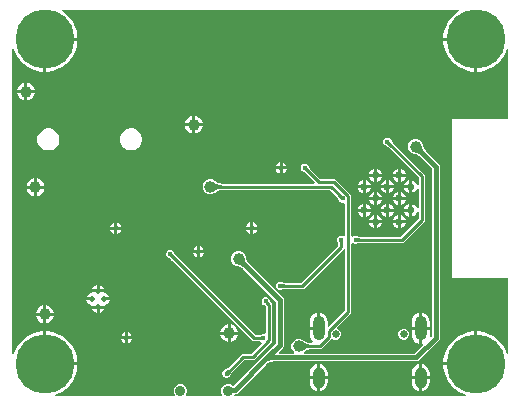
<source format=gbl>
G04*
G04 #@! TF.GenerationSoftware,Altium Limited,Altium Designer,25.3.3 (18)*
G04*
G04 Layer_Physical_Order=4*
G04 Layer_Color=16711680*
%FSLAX44Y44*%
%MOMM*%
G71*
G04*
G04 #@! TF.SameCoordinates,1BA587A1-14B4-44D3-93D4-DEDFCBE312CC*
G04*
G04*
G04 #@! TF.FilePolarity,Positive*
G04*
G01*
G75*
%ADD47C,0.2540*%
%ADD62C,0.6500*%
G04:AMPARAMS|DCode=63|XSize=1mm|YSize=2.1mm|CornerRadius=0.5mm|HoleSize=0mm|Usage=FLASHONLY|Rotation=0.000|XOffset=0mm|YOffset=0mm|HoleType=Round|Shape=RoundedRectangle|*
%AMROUNDEDRECTD63*
21,1,1.0000,1.1000,0,0,0.0*
21,1,0.0000,2.1000,0,0,0.0*
1,1,1.0000,0.0000,-0.5500*
1,1,1.0000,0.0000,-0.5500*
1,1,1.0000,0.0000,0.5500*
1,1,1.0000,0.0000,0.5500*
%
%ADD63ROUNDEDRECTD63*%
G04:AMPARAMS|DCode=64|XSize=1mm|YSize=1.8mm|CornerRadius=0.5mm|HoleSize=0mm|Usage=FLASHONLY|Rotation=0.000|XOffset=0mm|YOffset=0mm|HoleType=Round|Shape=RoundedRectangle|*
%AMROUNDEDRECTD64*
21,1,1.0000,0.8000,0,0,0.0*
21,1,0.0000,1.8000,0,0,0.0*
1,1,1.0000,0.0000,-0.4000*
1,1,1.0000,0.0000,-0.4000*
1,1,1.0000,0.0000,0.4000*
1,1,1.0000,0.0000,0.4000*
%
%ADD64ROUNDEDRECTD64*%
%ADD69C,0.9000*%
%ADD71C,0.6000*%
%ADD72C,0.4000*%
%ADD77C,5.0000*%
%ADD78C,1.0000*%
%ADD79C,0.4500*%
%ADD80C,0.5000*%
G36*
X380922Y328736D02*
X380566Y328554D01*
X377059Y326006D01*
X373994Y322941D01*
X371446Y319434D01*
X369478Y315572D01*
X368138Y311449D01*
X367460Y307167D01*
Y306270D01*
X395000D01*
Y305000D01*
X396270D01*
Y277460D01*
X397168D01*
X401449Y278138D01*
X405572Y279478D01*
X409434Y281446D01*
X412941Y283994D01*
X416006Y287059D01*
X418554Y290566D01*
X420522Y294428D01*
X421200Y296514D01*
X422500Y296308D01*
Y237405D01*
X375999D01*
X375004Y236993D01*
X374592Y235998D01*
Y103998D01*
X375004Y103003D01*
X375999Y102591D01*
X422500D01*
Y38692D01*
X421200Y38486D01*
X420522Y40572D01*
X418554Y44434D01*
X416006Y47941D01*
X412941Y51006D01*
X409434Y53554D01*
X405572Y55522D01*
X401449Y56862D01*
X397168Y57540D01*
X396270D01*
Y30000D01*
X395000D01*
Y28730D01*
X367460D01*
Y27833D01*
X368138Y23551D01*
X369478Y19428D01*
X371446Y15566D01*
X373994Y12059D01*
X377059Y8994D01*
X380566Y6446D01*
X384428Y4478D01*
X386514Y3800D01*
X386308Y2500D01*
X191084D01*
X190465Y3723D01*
X190941Y4564D01*
X190960Y4593D01*
X192244Y4848D01*
X193336Y5577D01*
X217198Y29440D01*
X217273Y29463D01*
X217293Y29501D01*
X217334Y29517D01*
X217873Y30018D01*
X218390Y30432D01*
X218922Y30793D01*
X219469Y31105D01*
X220035Y31367D01*
X220621Y31581D01*
X221228Y31749D01*
X221860Y31869D01*
X222518Y31942D01*
X223254Y31969D01*
X223345Y32010D01*
X344375D01*
X344375Y32010D01*
X345663Y32266D01*
X346754Y32996D01*
X363379Y49621D01*
X364109Y50712D01*
X364365Y52000D01*
X364365Y52000D01*
Y197000D01*
X364109Y198288D01*
X363379Y199379D01*
X363379Y199379D01*
X353247Y209511D01*
X353210Y209608D01*
X352696Y210148D01*
X352255Y210664D01*
X351861Y211181D01*
X351515Y211698D01*
X351214Y212215D01*
X350957Y212733D01*
X350745Y213252D01*
X350574Y213773D01*
X350444Y214297D01*
X350346Y214879D01*
X350300Y214952D01*
Y215253D01*
X349341Y217569D01*
X347569Y219341D01*
X345253Y220300D01*
X342747D01*
X340431Y219341D01*
X338659Y217569D01*
X337700Y215253D01*
Y212747D01*
X338659Y210431D01*
X340431Y208659D01*
X342747Y207700D01*
X343048D01*
X343121Y207654D01*
X343703Y207556D01*
X344227Y207426D01*
X344748Y207255D01*
X345267Y207043D01*
X345785Y206786D01*
X346302Y206485D01*
X346819Y206139D01*
X347336Y205745D01*
X347852Y205304D01*
X348392Y204790D01*
X348489Y204753D01*
X357635Y195606D01*
Y53528D01*
X356806Y52872D01*
X355647Y53453D01*
X355805Y54650D01*
Y58880D01*
X349470D01*
Y47212D01*
X349637Y47234D01*
X350244Y46003D01*
X342981Y38740D01*
X249487D01*
X249129Y39326D01*
X249068Y40040D01*
X249551Y40394D01*
X250184Y40812D01*
X250806Y41176D01*
X251416Y41488D01*
X252013Y41748D01*
X252599Y41958D01*
X253173Y42119D01*
X253736Y42232D01*
X254290Y42299D01*
X254893Y42324D01*
X255014Y42380D01*
X262856D01*
X263858Y42579D01*
X264708Y43147D01*
X272133Y50571D01*
X272242Y50735D01*
X273417Y51247D01*
X273943Y51119D01*
X275195Y50600D01*
X277005D01*
X278677Y51293D01*
X279957Y52573D01*
X280650Y54245D01*
Y56055D01*
X279957Y57727D01*
X278677Y59007D01*
X277683Y59419D01*
X277326Y60901D01*
X288673Y72248D01*
X289241Y73098D01*
X289440Y74101D01*
Y131701D01*
X290740Y132239D01*
X290989Y131990D01*
X292294Y131450D01*
X293706D01*
X295011Y131990D01*
X295044Y132023D01*
X295149Y132044D01*
X295224Y132093D01*
X295259Y132111D01*
X295343Y132142D01*
X295475Y132180D01*
X295650Y132219D01*
X295841Y132249D01*
X296769Y132318D01*
X297125Y132323D01*
X297257Y132380D01*
X332000D01*
X333003Y132579D01*
X333853Y133147D01*
X350853Y150147D01*
X351421Y150997D01*
X351620Y152000D01*
Y189000D01*
X351421Y190003D01*
X350853Y190853D01*
X324873Y216833D01*
X324823Y216962D01*
X324325Y217488D01*
X323962Y217926D01*
X323841Y218093D01*
X323744Y218244D01*
X323677Y218364D01*
X323640Y218446D01*
X323628Y218483D01*
X323610Y218571D01*
X323550Y218660D01*
Y218706D01*
X323009Y220011D01*
X322011Y221010D01*
X320706Y221550D01*
X319294D01*
X317989Y221010D01*
X316991Y220011D01*
X316450Y218706D01*
Y217294D01*
X316991Y215989D01*
X317989Y214991D01*
X319294Y214450D01*
X319340D01*
X319429Y214390D01*
X319517Y214372D01*
X319554Y214360D01*
X319636Y214323D01*
X319756Y214256D01*
X319907Y214159D01*
X320064Y214046D01*
X320769Y213438D01*
X321024Y213190D01*
X321157Y213137D01*
X346380Y187915D01*
Y181743D01*
X345080Y181485D01*
X344447Y183013D01*
X342888Y184572D01*
X341020Y185345D01*
Y179875D01*
Y174405D01*
X342888Y175178D01*
X344447Y176737D01*
X345080Y178265D01*
X346380Y178007D01*
Y161993D01*
X345080Y161735D01*
X344447Y163263D01*
X342888Y164822D01*
X341020Y165595D01*
Y160125D01*
Y154655D01*
X342888Y155428D01*
X344447Y156987D01*
X345080Y158515D01*
X346380Y158257D01*
Y153085D01*
X330915Y137620D01*
X297271D01*
X297145Y137677D01*
X296420Y137696D01*
X295854Y137749D01*
X295650Y137781D01*
X295475Y137820D01*
X295343Y137858D01*
X295259Y137889D01*
X295224Y137907D01*
X295149Y137956D01*
X295044Y137977D01*
X295011Y138010D01*
X293706Y138550D01*
X292294D01*
X290989Y138010D01*
X290740Y137761D01*
X289440Y138299D01*
Y171996D01*
X289241Y172999D01*
X288673Y173849D01*
X276829Y185693D01*
X275979Y186261D01*
X274977Y186460D01*
X263245D01*
X254873Y194833D01*
X254823Y194962D01*
X254325Y195488D01*
X253962Y195926D01*
X253841Y196093D01*
X253744Y196244D01*
X253677Y196364D01*
X253640Y196446D01*
X253628Y196483D01*
X253610Y196571D01*
X253550Y196660D01*
Y196706D01*
X253009Y198011D01*
X252011Y199009D01*
X250706Y199550D01*
X249294D01*
X247989Y199009D01*
X246991Y198011D01*
X246450Y196706D01*
Y195294D01*
X246991Y193989D01*
X247989Y192990D01*
X249294Y192450D01*
X249340D01*
X249429Y192390D01*
X249517Y192372D01*
X249554Y192360D01*
X249636Y192323D01*
X249756Y192257D01*
X249907Y192159D01*
X250064Y192046D01*
X250769Y191439D01*
X251024Y191190D01*
X251157Y191137D01*
X258473Y183821D01*
X257975Y182620D01*
X180014D01*
X179893Y182676D01*
X179290Y182701D01*
X178736Y182768D01*
X178173Y182881D01*
X177599Y183042D01*
X177013Y183252D01*
X176416Y183512D01*
X175823Y183815D01*
X174537Y184617D01*
X173882Y185097D01*
X173790Y185119D01*
X173569Y185341D01*
X171253Y186300D01*
X168747D01*
X166431Y185341D01*
X164659Y183569D01*
X163700Y181253D01*
Y178747D01*
X164659Y176431D01*
X166431Y174659D01*
X168747Y173700D01*
X171253D01*
X173569Y174659D01*
X173790Y174881D01*
X173882Y174903D01*
X174551Y175394D01*
X175184Y175812D01*
X175806Y176176D01*
X176416Y176488D01*
X177013Y176748D01*
X177599Y176958D01*
X178173Y177119D01*
X178736Y177232D01*
X179290Y177299D01*
X179893Y177324D01*
X180014Y177380D01*
X270915D01*
X277127Y171167D01*
X277177Y171038D01*
X277675Y170512D01*
X278038Y170074D01*
X278159Y169907D01*
X278256Y169756D01*
X278323Y169636D01*
X278360Y169554D01*
X278372Y169517D01*
X278390Y169429D01*
X278450Y169340D01*
Y169294D01*
X278990Y167989D01*
X279989Y166991D01*
X281294Y166450D01*
X282706D01*
X282900Y166530D01*
X284200Y165662D01*
Y138659D01*
X283463Y138256D01*
X282900Y138056D01*
X281706Y138550D01*
X280294D01*
X278989Y138010D01*
X277990Y137011D01*
X277450Y135706D01*
Y134294D01*
X277990Y132989D01*
X278023Y132956D01*
X278044Y132851D01*
X278093Y132776D01*
X278111Y132741D01*
X278142Y132657D01*
X278180Y132525D01*
X278218Y132350D01*
X278249Y132159D01*
X278318Y131231D01*
X278323Y130875D01*
X278380Y130743D01*
Y130085D01*
X246915Y98620D01*
X233271D01*
X233145Y98677D01*
X232420Y98696D01*
X231854Y98749D01*
X231650Y98781D01*
X231475Y98820D01*
X231343Y98858D01*
X231259Y98890D01*
X231224Y98907D01*
X231149Y98956D01*
X231044Y98977D01*
X231011Y99010D01*
X229706Y99550D01*
X228294D01*
X226989Y99010D01*
X225991Y98011D01*
X225450Y96706D01*
Y95294D01*
X225991Y93989D01*
X226989Y92991D01*
X228294Y92450D01*
X229706D01*
X231011Y92991D01*
X231044Y93023D01*
X231149Y93044D01*
X231224Y93093D01*
X231259Y93111D01*
X231343Y93142D01*
X231475Y93180D01*
X231650Y93219D01*
X231841Y93249D01*
X232769Y93319D01*
X233125Y93323D01*
X233257Y93380D01*
X248000D01*
X249003Y93579D01*
X249853Y94147D01*
X282853Y127147D01*
X282900Y127217D01*
X284200Y126823D01*
Y75186D01*
X270606Y61592D01*
X269405Y62090D01*
Y65650D01*
X269146Y67618D01*
X268386Y69453D01*
X267178Y71028D01*
X265602Y72236D01*
X263768Y72996D01*
X263070Y73088D01*
Y60150D01*
X261800D01*
Y58880D01*
X254195D01*
Y54650D01*
X254454Y52682D01*
X255214Y50847D01*
X256422Y49272D01*
X256881Y48920D01*
X256440Y47620D01*
X255014D01*
X254893Y47676D01*
X254290Y47701D01*
X253736Y47768D01*
X253173Y47881D01*
X252599Y48042D01*
X252013Y48252D01*
X251416Y48512D01*
X250823Y48815D01*
X249537Y49617D01*
X248882Y50097D01*
X248790Y50119D01*
X248569Y50341D01*
X246253Y51300D01*
X243747D01*
X241431Y50341D01*
X239659Y48569D01*
X238700Y46253D01*
Y43747D01*
X239659Y41431D01*
X241051Y40040D01*
X240513Y38740D01*
X228337D01*
X227798Y40040D01*
X231379Y43621D01*
X232108Y44712D01*
X232365Y46000D01*
X232365Y46000D01*
Y84000D01*
X232365Y84000D01*
X232108Y85288D01*
X231379Y86379D01*
X231379Y86379D01*
X203247Y114511D01*
X203210Y114608D01*
X202696Y115148D01*
X202255Y115664D01*
X201861Y116181D01*
X201515Y116698D01*
X201214Y117215D01*
X200958Y117733D01*
X200744Y118252D01*
X200574Y118773D01*
X200444Y119297D01*
X200346Y119879D01*
X200300Y119952D01*
Y120253D01*
X199341Y122569D01*
X197569Y124341D01*
X195253Y125300D01*
X192747D01*
X190431Y124341D01*
X188659Y122569D01*
X187700Y120253D01*
Y117747D01*
X188659Y115431D01*
X190431Y113659D01*
X192747Y112700D01*
X193048D01*
X193121Y112654D01*
X193703Y112556D01*
X194227Y112426D01*
X194748Y112255D01*
X195267Y112043D01*
X195785Y111786D01*
X196302Y111485D01*
X196819Y111139D01*
X197336Y110745D01*
X197852Y110304D01*
X198392Y109790D01*
X198489Y109753D01*
X225635Y82606D01*
Y47394D01*
X218897Y40655D01*
X218794Y40613D01*
X215966Y37784D01*
X215923Y37682D01*
X189563Y11321D01*
X189131D01*
X188535Y11917D01*
X186404Y12800D01*
X184096D01*
X181965Y11917D01*
X180333Y10285D01*
X179450Y8154D01*
Y5846D01*
X180333Y3715D01*
X180347Y3701D01*
X179849Y2500D01*
X150151D01*
X149654Y3701D01*
X149667Y3715D01*
X150550Y5846D01*
Y8154D01*
X149667Y10285D01*
X148035Y11917D01*
X145904Y12800D01*
X143596D01*
X141465Y11917D01*
X139833Y10285D01*
X138950Y8154D01*
Y5846D01*
X139833Y3715D01*
X139846Y3701D01*
X139349Y2500D01*
X38692D01*
X38486Y3800D01*
X40572Y4478D01*
X44434Y6446D01*
X47941Y8994D01*
X51006Y12059D01*
X53554Y15566D01*
X55522Y19428D01*
X56862Y23551D01*
X57540Y27833D01*
Y28730D01*
X30000D01*
Y30000D01*
X28730D01*
Y57540D01*
X27833D01*
X23551Y56862D01*
X19428Y55522D01*
X15566Y53554D01*
X12059Y51006D01*
X8994Y47941D01*
X6446Y44434D01*
X4478Y40572D01*
X3800Y38486D01*
X2500Y38692D01*
Y275000D01*
Y296308D01*
X3800Y296514D01*
X4478Y294428D01*
X6446Y290566D01*
X8994Y287059D01*
X12059Y283994D01*
X15566Y281446D01*
X19428Y279478D01*
X23551Y278138D01*
X27833Y277460D01*
X28730D01*
Y305000D01*
X30000D01*
Y306270D01*
X57540D01*
Y307167D01*
X56862Y311449D01*
X55522Y315572D01*
X53554Y319434D01*
X51006Y322941D01*
X47941Y326006D01*
X44434Y328554D01*
X44078Y328736D01*
X44381Y330000D01*
X380619D01*
X380922Y328736D01*
D02*
G37*
G36*
X322266Y218117D02*
X322329Y217931D01*
X322418Y217733D01*
X322535Y217523D01*
X322678Y217299D01*
X322849Y217063D01*
X323271Y216554D01*
X323802Y215994D01*
X322006Y214198D01*
X321720Y214477D01*
X320937Y215151D01*
X320701Y215322D01*
X320477Y215465D01*
X320267Y215582D01*
X320069Y215671D01*
X319883Y215734D01*
X319710Y215769D01*
X322231Y218290D01*
X322266Y218117D01*
D02*
G37*
G36*
X349065Y214011D02*
X349220Y213384D01*
X349423Y212765D01*
X349674Y212153D01*
X349974Y211549D01*
X350321Y210951D01*
X350716Y210362D01*
X351159Y209780D01*
X351651Y209205D01*
X352190Y208638D01*
X349362Y205810D01*
X348795Y206349D01*
X348220Y206841D01*
X347638Y207284D01*
X347048Y207679D01*
X346451Y208026D01*
X345847Y208326D01*
X345235Y208577D01*
X344616Y208780D01*
X343989Y208935D01*
X343355Y209042D01*
X348958Y214645D01*
X349065Y214011D01*
D02*
G37*
G36*
X252266Y196117D02*
X252329Y195931D01*
X252418Y195733D01*
X252535Y195522D01*
X252678Y195299D01*
X252849Y195063D01*
X253271Y194554D01*
X253802Y193994D01*
X252006Y192198D01*
X251720Y192477D01*
X250937Y193151D01*
X250701Y193322D01*
X250478Y193465D01*
X250267Y193582D01*
X250068Y193671D01*
X249883Y193734D01*
X249710Y193769D01*
X252231Y196290D01*
X252266Y196117D01*
D02*
G37*
G36*
X173747Y183451D02*
X175130Y182589D01*
X175814Y182239D01*
X176495Y181943D01*
X177171Y181701D01*
X177844Y181512D01*
X178512Y181378D01*
X179176Y181297D01*
X179836Y181270D01*
Y178730D01*
X179176Y178703D01*
X178512Y178622D01*
X177844Y178488D01*
X177171Y178299D01*
X176495Y178057D01*
X175814Y177761D01*
X175130Y177411D01*
X174440Y177007D01*
X173747Y176549D01*
X173050Y176038D01*
Y183962D01*
X173747Y183451D01*
D02*
G37*
G36*
X280280Y173523D02*
X281063Y172849D01*
X281299Y172678D01*
X281523Y172535D01*
X281733Y172418D01*
X281931Y172329D01*
X282117Y172266D01*
X282290Y172231D01*
X279769Y169710D01*
X279734Y169883D01*
X279671Y170068D01*
X279582Y170267D01*
X279465Y170478D01*
X279322Y170701D01*
X279151Y170937D01*
X278729Y171446D01*
X278198Y172006D01*
X279994Y173802D01*
X280280Y173523D01*
D02*
G37*
G36*
X294520Y136685D02*
X294695Y136598D01*
X294898Y136521D01*
X295130Y136455D01*
X295389Y136398D01*
X295677Y136352D01*
X296336Y136291D01*
X297107Y136270D01*
Y133730D01*
X296708Y133725D01*
X295677Y133648D01*
X295389Y133602D01*
X295130Y133545D01*
X294898Y133479D01*
X294695Y133402D01*
X294520Y133315D01*
X294373Y133217D01*
Y136783D01*
X294520Y136685D01*
D02*
G37*
G36*
X282685Y133480D02*
X282598Y133305D01*
X282521Y133102D01*
X282455Y132870D01*
X282398Y132611D01*
X282352Y132323D01*
X282290Y131664D01*
X282270Y130893D01*
X279730D01*
X279725Y131292D01*
X279648Y132323D01*
X279602Y132611D01*
X279545Y132870D01*
X279479Y133102D01*
X279402Y133305D01*
X279315Y133480D01*
X279217Y133628D01*
X282783D01*
X282685Y133480D01*
D02*
G37*
G36*
X199065Y119011D02*
X199220Y118384D01*
X199423Y117765D01*
X199674Y117153D01*
X199974Y116549D01*
X200321Y115951D01*
X200716Y115362D01*
X201159Y114780D01*
X201651Y114205D01*
X202190Y113638D01*
X199362Y110810D01*
X198795Y111349D01*
X198220Y111841D01*
X197638Y112284D01*
X197048Y112679D01*
X196451Y113026D01*
X195847Y113326D01*
X195235Y113577D01*
X194616Y113780D01*
X193989Y113935D01*
X193355Y114042D01*
X198958Y119645D01*
X199065Y119011D01*
D02*
G37*
G36*
X230520Y97685D02*
X230695Y97598D01*
X230898Y97521D01*
X231130Y97455D01*
X231389Y97398D01*
X231677Y97352D01*
X232336Y97290D01*
X233107Y97270D01*
Y94730D01*
X232708Y94725D01*
X231677Y94648D01*
X231389Y94602D01*
X231130Y94545D01*
X230898Y94479D01*
X230695Y94402D01*
X230520Y94315D01*
X230373Y94217D01*
Y97783D01*
X230520Y97685D01*
D02*
G37*
G36*
X248747Y48451D02*
X250130Y47589D01*
X250814Y47239D01*
X251495Y46943D01*
X252171Y46701D01*
X252844Y46512D01*
X253512Y46378D01*
X254176Y46297D01*
X254836Y46270D01*
Y43730D01*
X254176Y43703D01*
X253512Y43622D01*
X252844Y43488D01*
X252171Y43299D01*
X251495Y43057D01*
X250814Y42761D01*
X250130Y42411D01*
X249440Y42007D01*
X248747Y41550D01*
X248050Y41038D01*
Y48962D01*
X248747Y48451D01*
D02*
G37*
G36*
X225534Y39666D02*
X225174Y39185D01*
X224949Y38761D01*
X224862Y38393D01*
X224911Y38082D01*
X225096Y37828D01*
X225418Y37630D01*
X225877Y37488D01*
X226472Y37403D01*
X227203Y37375D01*
X223203Y33375D01*
X222415Y33347D01*
X221650Y33262D01*
X220909Y33121D01*
X220191Y32922D01*
X219496Y32668D01*
X218825Y32357D01*
X218178Y31989D01*
X217553Y31565D01*
X216952Y31084D01*
X216375Y30547D01*
X216375Y30547D01*
X216375Y30547D01*
X216961Y36789D01*
X219789Y39618D01*
X226032Y40203D01*
X225534Y39666D01*
D02*
G37*
%LPC*%
G36*
X393730Y303730D02*
X367460D01*
Y302833D01*
X368138Y298551D01*
X369478Y294428D01*
X371446Y290566D01*
X373994Y287059D01*
X377059Y283994D01*
X380566Y281446D01*
X384428Y279478D01*
X388551Y278138D01*
X392832Y277460D01*
X393730D01*
Y303730D01*
D02*
G37*
G36*
X57540D02*
X31270D01*
Y277460D01*
X32167D01*
X36449Y278138D01*
X40572Y279478D01*
X44434Y281446D01*
X47941Y283994D01*
X51006Y287059D01*
X53554Y290566D01*
X55522Y294428D01*
X56862Y298551D01*
X57540Y302833D01*
Y303730D01*
D02*
G37*
G36*
X15270Y267966D02*
Y261770D01*
X21466D01*
X21026Y263410D01*
X20034Y265130D01*
X18630Y266534D01*
X16910Y267526D01*
X15270Y267966D01*
D02*
G37*
G36*
X12730D02*
X11090Y267526D01*
X9370Y266534D01*
X7966Y265130D01*
X6974Y263410D01*
X6534Y261770D01*
X12730D01*
Y267966D01*
D02*
G37*
G36*
X21466Y259230D02*
X15270D01*
Y253034D01*
X16910Y253474D01*
X18630Y254466D01*
X20034Y255870D01*
X21026Y257590D01*
X21466Y259230D01*
D02*
G37*
G36*
X12730D02*
X6534D01*
X6974Y257590D01*
X7966Y255870D01*
X9370Y254466D01*
X11090Y253474D01*
X12730Y253034D01*
Y259230D01*
D02*
G37*
G36*
X157270Y239966D02*
Y233770D01*
X163466D01*
X163026Y235410D01*
X162034Y237130D01*
X160630Y238533D01*
X158910Y239526D01*
X157270Y239966D01*
D02*
G37*
G36*
X154730D02*
X153090Y239526D01*
X151370Y238533D01*
X149966Y237130D01*
X148974Y235410D01*
X148534Y233770D01*
X154730D01*
Y239966D01*
D02*
G37*
G36*
X163466Y231230D02*
X157270D01*
Y225034D01*
X158910Y225474D01*
X160630Y226467D01*
X162034Y227870D01*
X163026Y229590D01*
X163466Y231230D01*
D02*
G37*
G36*
X154730D02*
X148534D01*
X148974Y229590D01*
X149966Y227870D01*
X151370Y226467D01*
X153090Y225474D01*
X154730Y225034D01*
Y231230D01*
D02*
G37*
G36*
X104224Y229300D02*
X101776D01*
X99410Y228666D01*
X97290Y227442D01*
X95558Y225710D01*
X94334Y223590D01*
X93700Y221224D01*
Y218776D01*
X94334Y216410D01*
X95558Y214290D01*
X97290Y212558D01*
X99410Y211334D01*
X101776Y210700D01*
X104224D01*
X106590Y211334D01*
X108710Y212558D01*
X110442Y214290D01*
X111666Y216410D01*
X112300Y218776D01*
Y221224D01*
X111666Y223590D01*
X110442Y225710D01*
X108710Y227442D01*
X106590Y228666D01*
X104224Y229300D01*
D02*
G37*
G36*
X34224D02*
X31776D01*
X29410Y228666D01*
X27290Y227442D01*
X25558Y225710D01*
X24334Y223590D01*
X23700Y221224D01*
Y218776D01*
X24334Y216410D01*
X25558Y214290D01*
X27290Y212558D01*
X29410Y211334D01*
X31776Y210700D01*
X34224D01*
X36590Y211334D01*
X38710Y212558D01*
X40442Y214290D01*
X41666Y216410D01*
X42300Y218776D01*
Y221224D01*
X41666Y223590D01*
X40442Y225710D01*
X38710Y227442D01*
X36590Y228666D01*
X34224Y229300D01*
D02*
G37*
G36*
X231270Y200659D02*
Y197270D01*
X234659D01*
X234061Y198713D01*
X232713Y200061D01*
X231270Y200659D01*
D02*
G37*
G36*
X228730D02*
X227287Y200061D01*
X225939Y198713D01*
X225341Y197270D01*
X228730D01*
Y200659D01*
D02*
G37*
G36*
X234659Y194730D02*
X231270D01*
Y191341D01*
X232713Y191939D01*
X234061Y193287D01*
X234659Y194730D01*
D02*
G37*
G36*
X228730D02*
X225341D01*
X225939Y193287D01*
X227287Y191939D01*
X228730Y191341D01*
Y194730D01*
D02*
G37*
G36*
X331145Y195220D02*
Y191020D01*
X335345D01*
X334572Y192888D01*
X333013Y194447D01*
X331145Y195220D01*
D02*
G37*
G36*
X328605D02*
X326737Y194447D01*
X325178Y192888D01*
X324405Y191020D01*
X328605D01*
Y195220D01*
D02*
G37*
G36*
X311395D02*
Y191020D01*
X315595D01*
X314822Y192888D01*
X313263Y194447D01*
X311395Y195220D01*
D02*
G37*
G36*
X308855D02*
X306987Y194447D01*
X305428Y192888D01*
X304655Y191020D01*
X308855D01*
Y195220D01*
D02*
G37*
G36*
X335345Y188480D02*
X331145D01*
Y184280D01*
X333013Y185053D01*
X334572Y186612D01*
X335345Y188480D01*
D02*
G37*
G36*
X328605D02*
X324405D01*
X325178Y186612D01*
X326737Y185053D01*
X328605Y184280D01*
Y188480D01*
D02*
G37*
G36*
X315595D02*
X311395D01*
Y184280D01*
X313263Y185053D01*
X314822Y186612D01*
X315595Y188480D01*
D02*
G37*
G36*
X308855D02*
X304655D01*
X305428Y186612D01*
X306987Y185053D01*
X308855Y184280D01*
Y188480D01*
D02*
G37*
G36*
X338480Y185345D02*
X336612Y184572D01*
X335053Y183013D01*
X334280Y181145D01*
X338480D01*
Y185345D01*
D02*
G37*
G36*
X321270D02*
Y181145D01*
X325470D01*
X324697Y183013D01*
X323138Y184572D01*
X321270Y185345D01*
D02*
G37*
G36*
X318730D02*
X316862Y184572D01*
X315303Y183013D01*
X314530Y181145D01*
X318730D01*
Y185345D01*
D02*
G37*
G36*
X301520D02*
Y181145D01*
X305720D01*
X304947Y183013D01*
X303388Y184572D01*
X301520Y185345D01*
D02*
G37*
G36*
X298980D02*
X297112Y184572D01*
X295553Y183013D01*
X294780Y181145D01*
X298980D01*
Y185345D01*
D02*
G37*
G36*
X23270Y186966D02*
Y180770D01*
X29466D01*
X29026Y182410D01*
X28033Y184130D01*
X26630Y185534D01*
X24910Y186526D01*
X23270Y186966D01*
D02*
G37*
G36*
X20730D02*
X19090Y186526D01*
X17370Y185534D01*
X15967Y184130D01*
X14974Y182410D01*
X14534Y180770D01*
X20730D01*
Y186966D01*
D02*
G37*
G36*
X338480Y178605D02*
X334280D01*
X335053Y176737D01*
X336612Y175178D01*
X338480Y174405D01*
Y178605D01*
D02*
G37*
G36*
X325470D02*
X321270D01*
Y174405D01*
X323138Y175178D01*
X324697Y176737D01*
X325470Y178605D01*
D02*
G37*
G36*
X318730D02*
X314530D01*
X315303Y176737D01*
X316862Y175178D01*
X318730Y174405D01*
Y178605D01*
D02*
G37*
G36*
X305720D02*
X301520D01*
Y174405D01*
X303388Y175178D01*
X304947Y176737D01*
X305720Y178605D01*
D02*
G37*
G36*
X298980D02*
X294780D01*
X295553Y176737D01*
X297112Y175178D01*
X298980Y174405D01*
Y178605D01*
D02*
G37*
G36*
X29466Y178230D02*
X23270D01*
Y172034D01*
X24910Y172474D01*
X26630Y173466D01*
X28033Y174870D01*
X29026Y176590D01*
X29466Y178230D01*
D02*
G37*
G36*
X20730D02*
X14534D01*
X14974Y176590D01*
X15967Y174870D01*
X17370Y173466D01*
X19090Y172474D01*
X20730Y172034D01*
Y178230D01*
D02*
G37*
G36*
X331145Y175470D02*
Y171270D01*
X335345D01*
X334572Y173138D01*
X333013Y174697D01*
X331145Y175470D01*
D02*
G37*
G36*
X328605D02*
X326737Y174697D01*
X325178Y173138D01*
X324405Y171270D01*
X328605D01*
Y175470D01*
D02*
G37*
G36*
X311395D02*
Y171270D01*
X315595D01*
X314822Y173138D01*
X313263Y174697D01*
X311395Y175470D01*
D02*
G37*
G36*
X308855D02*
X306987Y174697D01*
X305428Y173138D01*
X304655Y171270D01*
X308855D01*
Y175470D01*
D02*
G37*
G36*
X335345Y168730D02*
X331145D01*
Y164530D01*
X333013Y165303D01*
X334572Y166862D01*
X335345Y168730D01*
D02*
G37*
G36*
X328605D02*
X324405D01*
X325178Y166862D01*
X326737Y165303D01*
X328605Y164530D01*
Y168730D01*
D02*
G37*
G36*
X315595D02*
X311395D01*
Y164530D01*
X313263Y165303D01*
X314822Y166862D01*
X315595Y168730D01*
D02*
G37*
G36*
X308855D02*
X304655D01*
X305428Y166862D01*
X306987Y165303D01*
X308855Y164530D01*
Y168730D01*
D02*
G37*
G36*
X338480Y165595D02*
X336612Y164822D01*
X335053Y163263D01*
X334280Y161395D01*
X338480D01*
Y165595D01*
D02*
G37*
G36*
X321270D02*
Y161395D01*
X325470D01*
X324697Y163263D01*
X323138Y164822D01*
X321270Y165595D01*
D02*
G37*
G36*
X318730D02*
X316862Y164822D01*
X315303Y163263D01*
X314530Y161395D01*
X318730D01*
Y165595D01*
D02*
G37*
G36*
X301520D02*
Y161395D01*
X305720D01*
X304947Y163263D01*
X303388Y164822D01*
X301520Y165595D01*
D02*
G37*
G36*
X298980D02*
X297112Y164822D01*
X295553Y163263D01*
X294780Y161395D01*
X298980D01*
Y165595D01*
D02*
G37*
G36*
X338480Y158855D02*
X334280D01*
X335053Y156987D01*
X336612Y155428D01*
X338480Y154655D01*
Y158855D01*
D02*
G37*
G36*
X325470D02*
X321270D01*
Y154655D01*
X323138Y155428D01*
X324697Y156987D01*
X325470Y158855D01*
D02*
G37*
G36*
X318730D02*
X314530D01*
X315303Y156987D01*
X316862Y155428D01*
X318730Y154655D01*
Y158855D01*
D02*
G37*
G36*
X305720D02*
X301520D01*
Y154655D01*
X303388Y155428D01*
X304947Y156987D01*
X305720Y158855D01*
D02*
G37*
G36*
X298980D02*
X294780D01*
X295553Y156987D01*
X297112Y155428D01*
X298980Y154655D01*
Y158855D01*
D02*
G37*
G36*
X331145Y155720D02*
Y151520D01*
X335345D01*
X334572Y153388D01*
X333013Y154947D01*
X331145Y155720D01*
D02*
G37*
G36*
X328605D02*
X326737Y154947D01*
X325178Y153388D01*
X324405Y151520D01*
X328605D01*
Y155720D01*
D02*
G37*
G36*
X311395D02*
Y151520D01*
X315595D01*
X314822Y153388D01*
X313263Y154947D01*
X311395Y155720D01*
D02*
G37*
G36*
X308855D02*
X306987Y154947D01*
X305428Y153388D01*
X304655Y151520D01*
X308855D01*
Y155720D01*
D02*
G37*
G36*
X206270Y149929D02*
Y146270D01*
X209929D01*
X209273Y147855D01*
X207855Y149273D01*
X206270Y149929D01*
D02*
G37*
G36*
X203730D02*
X202145Y149273D01*
X200727Y147855D01*
X200071Y146270D01*
X203730D01*
Y149929D01*
D02*
G37*
G36*
X91270Y149659D02*
Y146270D01*
X94659D01*
X94061Y147713D01*
X92713Y149061D01*
X91270Y149659D01*
D02*
G37*
G36*
X88730D02*
X87287Y149061D01*
X85939Y147713D01*
X85341Y146270D01*
X88730D01*
Y149659D01*
D02*
G37*
G36*
X335345Y148980D02*
X331145D01*
Y144780D01*
X333013Y145553D01*
X334572Y147112D01*
X335345Y148980D01*
D02*
G37*
G36*
X328605D02*
X324405D01*
X325178Y147112D01*
X326737Y145553D01*
X328605Y144780D01*
Y148980D01*
D02*
G37*
G36*
X315595D02*
X311395D01*
Y144780D01*
X313263Y145553D01*
X314822Y147112D01*
X315595Y148980D01*
D02*
G37*
G36*
X308855D02*
X304655D01*
X305428Y147112D01*
X306987Y145553D01*
X308855Y144780D01*
Y148980D01*
D02*
G37*
G36*
X94659Y143730D02*
X91270D01*
Y140341D01*
X92713Y140939D01*
X94061Y142287D01*
X94659Y143730D01*
D02*
G37*
G36*
X88730D02*
X85341D01*
X85939Y142287D01*
X87287Y140939D01*
X88730Y140341D01*
Y143730D01*
D02*
G37*
G36*
X209929D02*
X206270D01*
Y140071D01*
X207855Y140727D01*
X209273Y142145D01*
X209929Y143730D01*
D02*
G37*
G36*
X203730D02*
X200071D01*
X200727Y142145D01*
X202145Y140727D01*
X203730Y140071D01*
Y143730D01*
D02*
G37*
G36*
X161270Y129410D02*
Y126021D01*
X164659D01*
X164061Y127464D01*
X162713Y128812D01*
X161270Y129410D01*
D02*
G37*
G36*
X158730D02*
X157287Y128812D01*
X155939Y127464D01*
X155341Y126021D01*
X158730D01*
Y129410D01*
D02*
G37*
G36*
X164659Y123481D02*
X161270D01*
Y120092D01*
X162713Y120690D01*
X164061Y122038D01*
X164659Y123481D01*
D02*
G37*
G36*
X158730D02*
X155341D01*
X155939Y122038D01*
X157287Y120690D01*
X158730Y120092D01*
Y123481D01*
D02*
G37*
G36*
X76270Y96929D02*
Y93270D01*
X79929D01*
X79273Y94855D01*
X77855Y96273D01*
X76270Y96929D01*
D02*
G37*
G36*
X73730D02*
X72145Y96273D01*
X70727Y94855D01*
X70071Y93270D01*
X73730D01*
Y96929D01*
D02*
G37*
G36*
X80219Y90730D02*
X69781D01*
X69320Y90040D01*
X68998D01*
X67145Y89273D01*
X65727Y87855D01*
X65071Y86270D01*
X70000D01*
Y83730D01*
X65071D01*
X65727Y82145D01*
X67145Y80727D01*
X68998Y79960D01*
X69320D01*
X69781Y79270D01*
X80219D01*
X80680Y79960D01*
X81003D01*
X82855Y80727D01*
X84273Y82145D01*
X84929Y83730D01*
X80000D01*
Y86270D01*
X84929D01*
X84273Y87855D01*
X82855Y89273D01*
X81003Y90040D01*
X80680D01*
X80219Y90730D01*
D02*
G37*
G36*
X31270Y79466D02*
Y73270D01*
X37466D01*
X37026Y74910D01*
X36033Y76630D01*
X34630Y78033D01*
X32910Y79026D01*
X31270Y79466D01*
D02*
G37*
G36*
X28730D02*
X27090Y79026D01*
X25370Y78033D01*
X23967Y76630D01*
X22974Y74910D01*
X22534Y73270D01*
X28730D01*
Y79466D01*
D02*
G37*
G36*
X79929Y76730D02*
X76270D01*
Y73071D01*
X77855Y73727D01*
X79273Y75145D01*
X79929Y76730D01*
D02*
G37*
G36*
X73730D02*
X70071D01*
X70727Y75145D01*
X72145Y73727D01*
X73730Y73071D01*
Y76730D01*
D02*
G37*
G36*
X37466Y70730D02*
X31270D01*
Y64534D01*
X32910Y64974D01*
X34630Y65967D01*
X36033Y67370D01*
X37026Y69090D01*
X37466Y70730D01*
D02*
G37*
G36*
X28730D02*
X22534D01*
X22974Y69090D01*
X23967Y67370D01*
X25370Y65967D01*
X27090Y64974D01*
X28730Y64534D01*
Y70730D01*
D02*
G37*
G36*
X349470Y73088D02*
Y61420D01*
X355805D01*
Y65650D01*
X355546Y67618D01*
X354786Y69453D01*
X353578Y71028D01*
X352002Y72236D01*
X350168Y72996D01*
X349470Y73088D01*
D02*
G37*
G36*
X346930D02*
X346232Y72996D01*
X344398Y72236D01*
X342822Y71028D01*
X341614Y69453D01*
X340854Y67618D01*
X340595Y65650D01*
Y61420D01*
X346930D01*
Y73088D01*
D02*
G37*
G36*
X260530D02*
X259832Y72996D01*
X257997Y72236D01*
X256422Y71028D01*
X255214Y69453D01*
X254454Y67618D01*
X254195Y65650D01*
Y61420D01*
X260530D01*
Y73088D01*
D02*
G37*
G36*
X187270Y63466D02*
Y57270D01*
X193466D01*
X193026Y58910D01*
X192034Y60630D01*
X190630Y62034D01*
X188910Y63026D01*
X187270Y63466D01*
D02*
G37*
G36*
X184730D02*
X183090Y63026D01*
X181370Y62034D01*
X179967Y60630D01*
X178974Y58910D01*
X178534Y57270D01*
X184730D01*
Y63466D01*
D02*
G37*
G36*
X100270Y56659D02*
Y53270D01*
X103659D01*
X103061Y54713D01*
X101713Y56061D01*
X100270Y56659D01*
D02*
G37*
G36*
X97730D02*
X96287Y56061D01*
X94939Y54713D01*
X94341Y53270D01*
X97730D01*
Y56659D01*
D02*
G37*
G36*
X334805Y59700D02*
X332995D01*
X331323Y59007D01*
X330043Y57727D01*
X329350Y56055D01*
Y54245D01*
X330043Y52573D01*
X331323Y51293D01*
X332995Y50600D01*
X334805D01*
X336477Y51293D01*
X337757Y52573D01*
X338450Y54245D01*
Y56055D01*
X337757Y57727D01*
X336477Y59007D01*
X334805Y59700D01*
D02*
G37*
G36*
X193466Y54730D02*
X187270D01*
Y48534D01*
X188910Y48974D01*
X190630Y49967D01*
X192034Y51370D01*
X193026Y53090D01*
X193466Y54730D01*
D02*
G37*
G36*
X184730D02*
X178534D01*
X178974Y53090D01*
X179967Y51370D01*
X181370Y49967D01*
X183090Y48974D01*
X184730Y48534D01*
Y54730D01*
D02*
G37*
G36*
X103659Y50730D02*
X100270D01*
Y47341D01*
X101713Y47939D01*
X103061Y49287D01*
X103659Y50730D01*
D02*
G37*
G36*
X97730D02*
X94341D01*
X94939Y49287D01*
X96287Y47939D01*
X97730Y47341D01*
Y50730D01*
D02*
G37*
G36*
X346930Y58880D02*
X340595D01*
Y54650D01*
X340854Y52682D01*
X341614Y50847D01*
X342822Y49272D01*
X344398Y48064D01*
X346232Y47304D01*
X346930Y47212D01*
Y58880D01*
D02*
G37*
G36*
X393730Y57540D02*
X392832D01*
X388551Y56862D01*
X384428Y55522D01*
X380566Y53554D01*
X377059Y51006D01*
X373994Y47941D01*
X371446Y44434D01*
X369478Y40572D01*
X368138Y36449D01*
X367460Y32167D01*
Y31270D01*
X393730D01*
Y57540D01*
D02*
G37*
G36*
X32167D02*
X31270D01*
Y31270D01*
X57540D01*
Y32167D01*
X56862Y36449D01*
X55522Y40572D01*
X53554Y44434D01*
X51006Y47941D01*
X47941Y51006D01*
X44434Y53554D01*
X40572Y55522D01*
X36449Y56862D01*
X32167Y57540D01*
D02*
G37*
G36*
X349470Y29788D02*
Y19620D01*
X355805D01*
Y22350D01*
X355546Y24318D01*
X354786Y26153D01*
X353578Y27728D01*
X352002Y28936D01*
X350168Y29696D01*
X349470Y29788D01*
D02*
G37*
G36*
X346930D02*
X346232Y29696D01*
X344398Y28936D01*
X342822Y27728D01*
X341614Y26153D01*
X340854Y24318D01*
X340595Y22350D01*
Y19620D01*
X346930D01*
Y29788D01*
D02*
G37*
G36*
X263070D02*
Y19620D01*
X269405D01*
Y22350D01*
X269146Y24318D01*
X268386Y26153D01*
X267178Y27728D01*
X265602Y28936D01*
X263768Y29696D01*
X263070Y29788D01*
D02*
G37*
G36*
X260530D02*
X259832Y29696D01*
X257997Y28936D01*
X256422Y27728D01*
X255214Y26153D01*
X254454Y24318D01*
X254195Y22350D01*
Y19620D01*
X260530D01*
Y29788D01*
D02*
G37*
G36*
X136706Y126550D02*
X135294D01*
X133989Y126010D01*
X132991Y125011D01*
X132450Y123706D01*
Y122294D01*
X132991Y120989D01*
X133989Y119991D01*
X135294Y119450D01*
X135340D01*
X135429Y119390D01*
X135517Y119372D01*
X135554Y119360D01*
X135636Y119323D01*
X135756Y119256D01*
X135907Y119159D01*
X136064Y119046D01*
X136769Y118439D01*
X137024Y118190D01*
X137157Y118137D01*
X205380Y49914D01*
X206230Y49346D01*
X207233Y49147D01*
X210729D01*
X210855Y49090D01*
X211580Y49071D01*
X212146Y49018D01*
X212350Y48986D01*
X212525Y48948D01*
X212657Y48910D01*
X212741Y48878D01*
X212776Y48860D01*
X212851Y48811D01*
X212956Y48790D01*
X212989Y48758D01*
X213183Y48677D01*
X213488Y47144D01*
X204920Y38577D01*
X197956D01*
X196954Y38377D01*
X196103Y37809D01*
X184934Y26640D01*
X184805Y26590D01*
X184279Y26092D01*
X183841Y25729D01*
X183674Y25608D01*
X183523Y25511D01*
X183403Y25445D01*
X183321Y25407D01*
X183284Y25395D01*
X183196Y25377D01*
X183107Y25317D01*
X183061D01*
X181756Y24777D01*
X180758Y23778D01*
X180217Y22473D01*
Y21061D01*
X180758Y19756D01*
X181756Y18757D01*
X183061Y18217D01*
X184473D01*
X185778Y18757D01*
X186777Y19756D01*
X187317Y21061D01*
Y21107D01*
X187377Y21196D01*
X187395Y21284D01*
X187407Y21321D01*
X187444Y21403D01*
X187511Y21523D01*
X187608Y21674D01*
X187721Y21831D01*
X188329Y22536D01*
X188577Y22791D01*
X188630Y22925D01*
X199042Y33336D01*
X206006D01*
X207009Y33535D01*
X207859Y34104D01*
X221673Y47918D01*
X222241Y48768D01*
X222440Y49771D01*
Y79650D01*
X222241Y80652D01*
X221895Y81170D01*
X221861Y81353D01*
X221761Y81421D01*
X221719Y81535D01*
X221254Y82041D01*
X221100Y82234D01*
X220965Y82425D01*
X220858Y82599D01*
X220777Y82755D01*
X220720Y82890D01*
X220683Y83004D01*
X220663Y83097D01*
X220647Y83252D01*
X220550Y83431D01*
Y83706D01*
X220009Y85011D01*
X219011Y86010D01*
X217706Y86550D01*
X216294D01*
X214989Y86010D01*
X213990Y85011D01*
X213450Y83706D01*
Y82294D01*
X213990Y80989D01*
X214989Y79991D01*
X215887Y79619D01*
X215975Y79516D01*
X216042Y79482D01*
X216042Y79481D01*
X217200Y78473D01*
Y56105D01*
X215900Y55237D01*
X215706Y55317D01*
X214294D01*
X212989Y54777D01*
X212956Y54744D01*
X212851Y54724D01*
X212776Y54674D01*
X212741Y54657D01*
X212657Y54625D01*
X212525Y54587D01*
X212350Y54549D01*
X212159Y54518D01*
X211231Y54449D01*
X210875Y54444D01*
X210743Y54387D01*
X208318D01*
X140873Y121833D01*
X140823Y121962D01*
X140325Y122488D01*
X139962Y122926D01*
X139841Y123093D01*
X139744Y123244D01*
X139677Y123364D01*
X139640Y123446D01*
X139628Y123483D01*
X139610Y123571D01*
X139550Y123660D01*
Y123706D01*
X139010Y125011D01*
X138011Y126010D01*
X136706Y126550D01*
D02*
G37*
G36*
X355805Y17080D02*
X349470D01*
Y6912D01*
X350168Y7004D01*
X352002Y7764D01*
X353578Y8972D01*
X354786Y10547D01*
X355546Y12382D01*
X355805Y14350D01*
Y17080D01*
D02*
G37*
G36*
X346930D02*
X340595D01*
Y14350D01*
X340854Y12382D01*
X341614Y10547D01*
X342822Y8972D01*
X344398Y7764D01*
X346232Y7004D01*
X346930Y6912D01*
Y17080D01*
D02*
G37*
G36*
X269405D02*
X263070D01*
Y6912D01*
X263768Y7004D01*
X265602Y7764D01*
X267178Y8972D01*
X268386Y10547D01*
X269146Y12382D01*
X269405Y14350D01*
Y17080D01*
D02*
G37*
G36*
X260530D02*
X254195D01*
Y14350D01*
X254454Y12382D01*
X255214Y10547D01*
X256422Y8972D01*
X257997Y7764D01*
X259832Y7004D01*
X260530Y6912D01*
Y17080D01*
D02*
G37*
%LPD*%
G36*
X138266Y123117D02*
X138329Y122931D01*
X138418Y122733D01*
X138535Y122522D01*
X138678Y122299D01*
X138849Y122063D01*
X139271Y121554D01*
X139802Y120994D01*
X138006Y119198D01*
X137720Y119477D01*
X136937Y120151D01*
X136701Y120322D01*
X136477Y120465D01*
X136267Y120582D01*
X136068Y120671D01*
X135883Y120734D01*
X135710Y120769D01*
X138231Y123290D01*
X138266Y123117D01*
D02*
G37*
G36*
X219272Y82875D02*
X219322Y82640D01*
X219399Y82399D01*
X219503Y82154D01*
X219633Y81904D01*
X219790Y81649D01*
X219974Y81390D01*
X220184Y81125D01*
X220683Y80582D01*
X218513Y79160D01*
X218216Y79454D01*
X216886Y80613D01*
X216739Y80705D01*
X216615Y80769D01*
X216512Y80803D01*
X219247Y83106D01*
X219272Y82875D01*
D02*
G37*
G36*
X213627Y49984D02*
X213480Y50082D01*
X213305Y50169D01*
X213102Y50246D01*
X212870Y50312D01*
X212611Y50369D01*
X212323Y50415D01*
X211664Y50477D01*
X210893Y50497D01*
Y53037D01*
X211292Y53042D01*
X212323Y53119D01*
X212611Y53165D01*
X212870Y53222D01*
X213102Y53288D01*
X213305Y53365D01*
X213480Y53453D01*
X213627Y53550D01*
Y49984D01*
D02*
G37*
G36*
X187569Y23773D02*
X187290Y23487D01*
X186616Y22704D01*
X186445Y22468D01*
X186302Y22245D01*
X186185Y22034D01*
X186096Y21835D01*
X186033Y21650D01*
X185998Y21477D01*
X183477Y23998D01*
X183650Y24034D01*
X183836Y24096D01*
X184034Y24185D01*
X184244Y24302D01*
X184468Y24445D01*
X184704Y24616D01*
X185213Y25038D01*
X185773Y25569D01*
X187569Y23773D01*
D02*
G37*
D47*
X281000Y129000D02*
Y135000D01*
X248000Y96000D02*
X281000Y129000D01*
X229000Y96000D02*
X248000D01*
X349000Y152000D02*
Y189000D01*
X293000Y135000D02*
X332000D01*
X349000Y152000D01*
X320000Y218000D02*
X349000Y189000D01*
X217000Y82470D02*
Y83000D01*
Y82470D02*
X219820Y79650D01*
Y49771D02*
Y79650D01*
X206006Y35956D02*
X219820Y49771D01*
X197956Y35956D02*
X206006D01*
X183767Y21767D02*
X197956Y35956D01*
X245000Y45000D02*
X262856D01*
X270280Y52424D01*
Y57561D01*
X286820Y74101D01*
Y171996D01*
X274977Y183840D02*
X286820Y171996D01*
X262160Y183840D02*
X274977D01*
X250000Y196000D02*
X262160Y183840D01*
X207233Y51767D02*
X215000D01*
X136000Y123000D02*
X207233Y51767D01*
X170000Y180000D02*
X272000D01*
X282000Y170000D01*
D62*
X333900Y55150D02*
D03*
X276100D02*
D03*
D63*
X348200Y60150D02*
D03*
X261800D02*
D03*
D64*
X348200Y18350D02*
D03*
X261800D02*
D03*
D69*
X185250Y7000D02*
D03*
X144750D02*
D03*
D71*
X339750Y160125D02*
D03*
X320000D02*
D03*
X300250D02*
D03*
X339750Y179875D02*
D03*
X320000D02*
D03*
X300250D02*
D03*
X310125Y150250D02*
D03*
Y170000D02*
D03*
Y189750D02*
D03*
X329875Y150250D02*
D03*
Y170000D02*
D03*
Y189750D02*
D03*
D72*
X185250Y7000D02*
X186207Y7957D01*
X190957D01*
X218375Y35375D01*
X229000Y46000D02*
Y84000D01*
X218375Y35375D02*
X229000Y46000D01*
X218375Y35375D02*
X344375D01*
X344000Y214000D02*
X361000Y197000D01*
Y52000D02*
Y197000D01*
X344375Y35375D02*
X361000Y52000D01*
X194000Y119000D02*
X229000Y84000D01*
D77*
X30000Y30000D02*
D03*
X395000D02*
D03*
X30000Y305000D02*
D03*
X395000D02*
D03*
D78*
X22000Y179500D02*
D03*
X14000Y260500D02*
D03*
X186000Y56000D02*
D03*
X344000Y214000D02*
D03*
X245000Y45000D02*
D03*
X194000Y119000D02*
D03*
X30000Y72000D02*
D03*
X156000Y232500D02*
D03*
X170000Y180000D02*
D03*
D79*
X160000Y124751D02*
D03*
X99000Y52000D02*
D03*
X320000Y218000D02*
D03*
X293000Y135000D02*
D03*
X281000D02*
D03*
X229000Y96000D02*
D03*
X217000Y83000D02*
D03*
X90000Y145000D02*
D03*
X230000Y196000D02*
D03*
X250000D02*
D03*
X183767Y21767D02*
D03*
X215000Y51767D02*
D03*
X136000Y123000D02*
D03*
X282000Y170000D02*
D03*
D80*
X80000Y85000D02*
D03*
X70000D02*
D03*
X75000Y78000D02*
D03*
Y92000D02*
D03*
X205000Y145000D02*
D03*
M02*

</source>
